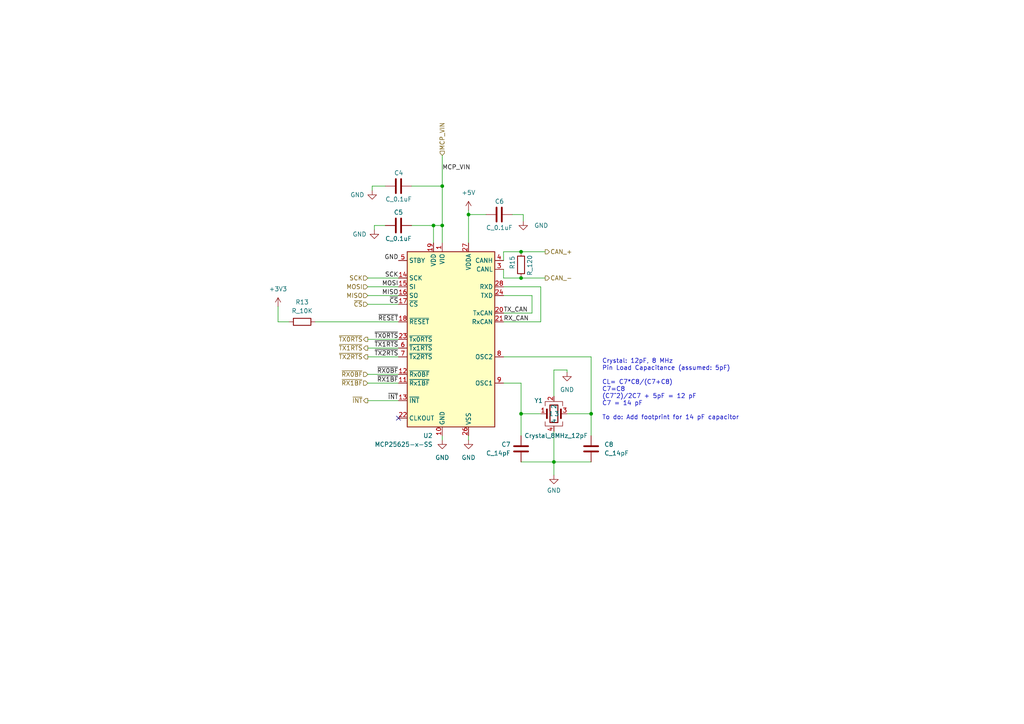
<source format=kicad_sch>
(kicad_sch (version 20211123) (generator eeschema)
  (paper "A4")
  (lib_symbols
    (symbol "formula:C_0.1uF" (pin_numbers hide) (pin_names (offset 0.254))
      (property "Reference" "C" (at 0.635 2.54 0))
      (property "Value" "C_0.1uF" (at 0.635 -2.54 0))
      (symbol "C_0.1uF_0_1"
        (polyline (pts (xy -2.032 -0.762) (xy 2.032 -0.762)) (stroke (width 0.508)))
        (polyline (pts (xy -2.032 0.762) (xy 2.032 0.762)) (stroke (width 0.508)))
      )
      (symbol "C_0.1uF_1_1"
        (pin passive line (at 0 3.81 270) (length 2.794) (name "~") (number "1"))
        (pin passive line (at 0 -3.81 90) (length 2.794) (name "~") (number "2"))
      )
    )
    (symbol "formula:C_14pF" (pin_numbers hide) (pin_names (offset 0.254))
      (property "Reference" "C" (at 0.635 2.54 0))
      (property "Value" "C_14pF" (at 0.635 -2.54 0))
      (symbol "C_14pF_0_1"
        (polyline (pts (xy -2.032 -0.762) (xy 2.032 -0.762)) (stroke (width 0.508)))
        (polyline (pts (xy -2.032 0.762) (xy 2.032 0.762)) (stroke (width 0.508)))
      )
      (symbol "C_14pF_1_1"
        (pin passive line (at 0 3.81 270) (length 2.794) (name "~") (number "1"))
        (pin passive line (at 0 -3.81 90) (length 2.794) (name "~") (number "2"))
      )
    )
    (symbol "formula:Crystal_8MHz_12pF" (pin_names (offset 1.016))
      (property "Reference" "Y" (at -12.7254 7.62 0))
      (property "Value" "Crystal_8MHz_12pF" (at -11.43 -8.89 0))
      (symbol "Crystal_8MHz_12pF_0_1"
        (rectangle (start -1.143 2.54) (end 1.143 -2.54) (stroke (width 0.3048)))
        (polyline (pts (xy -2.54 0) (xy -2.032 0)))
        (polyline (pts (xy -2.032 -1.27) (xy -2.032 1.27)) (stroke (width 0.508)))
        (polyline (pts (xy 0 -3.81) (xy 0 -3.556)))
        (polyline (pts (xy 0 3.556) (xy 0 3.81)))
        (polyline (pts (xy 2.032 -1.27) (xy 2.032 1.27)) (stroke (width 0.508)))
        (polyline (pts (xy 2.032 0) (xy 2.54 0)))
        (polyline (pts (xy -2.54 -2.286) (xy -2.54 -3.556) (xy 2.54 -3.556) (xy 2.54 -2.286)))
        (polyline (pts (xy -2.54 2.286) (xy -2.54 3.556) (xy 2.54 3.556) (xy 2.54 2.286)))
      )
      (symbol "Crystal_8MHz_12pF_1_1"
        (pin bidirectional line (at -3.81 0 0) (length 1.27) (name "1") (number "1"))
        (pin power_in line (at 0 5.08 270) (length 1.27) (name "2") (number "2"))
        (pin bidirectional line (at 3.81 0 180) (length 1.27) (name "3") (number "3"))
        (pin power_in line (at 0 -5.08 90) (length 1.27) (name "4") (number "4"))
      )
    )
    (symbol "formula:MCP25625-x-SS"
      (property "Reference" "U" (at -11.43 26.67 0))
      (property "Value" "MCP25625-x-SS" (at 15.24 26.67 0))
      (symbol "MCP25625-x-SS_0_1"
        (rectangle (start -12.7 25.4) (end 12.7 -25.4) (stroke (width 0.254)) (fill (type background)))
      )
      (symbol "MCP25625-x-SS_1_1"
        (pin power_in line (at -2.54 27.94 270) (length 2.54) (name "VIO") (number "1"))
        (pin power_in line (at -2.54 -27.94 90) (length 2.54) (name "GND") (number "10"))
        (pin output line (at -15.24 -12.7 0) (length 2.54) (name "~{Rx1BF}") (number "11"))
        (pin output line (at -15.24 -10.16 0) (length 2.54) (name "~{Rx0BF}") (number "12"))
        (pin output line (at -15.24 -17.78 0) (length 2.54) (name "~{INT}") (number "13"))
        (pin input line (at -15.24 17.78 0) (length 2.54) (name "SCK") (number "14"))
        (pin input line (at -15.24 15.24 0) (length 2.54) (name "SI") (number "15"))
        (pin output line (at -15.24 12.7 0) (length 2.54) (name "SO") (number "16"))
        (pin input line (at -15.24 10.16 0) (length 2.54) (name "~{CS}") (number "17"))
        (pin input line (at -15.24 5.08 0) (length 2.54) (name "~{RESET}") (number "18"))
        (pin power_in line (at -5.08 27.94 270) (length 2.54) (name "VDD") (number "19"))
        (pin no_connect line (at 12.7 -15.24 180) (length 2.54) hide (name "NC") (number "2"))
        (pin output line (at 15.24 7.62 180) (length 2.54) (name "TxCAN") (number "20"))
        (pin input line (at 15.24 5.08 180) (length 2.54) (name "RxCAN") (number "21"))
        (pin output line (at -15.24 -22.86 0) (length 2.54) (name "CLKOUT") (number "22"))
        (pin input line (at -15.24 0 0) (length 2.54) (name "~{Tx0RTS}") (number "23"))
        (pin input line (at 15.24 12.7 180) (length 2.54) (name "TXD") (number "24"))
        (pin no_connect line (at 12.7 -17.78 180) (length 2.54) hide (name "NC") (number "25"))
        (pin power_in line (at 5.08 -27.94 90) (length 2.54) (name "VSS") (number "26"))
        (pin power_in line (at 5.08 27.94 270) (length 2.54) (name "VDDA") (number "27"))
        (pin output line (at 15.24 15.24 180) (length 2.54) (name "RXD") (number "28"))
        (pin bidirectional line (at 15.24 20.32 180) (length 2.54) (name "CANL") (number "3"))
        (pin bidirectional line (at 15.24 22.86 180) (length 2.54) (name "CANH") (number "4"))
        (pin input line (at -15.24 22.86 0) (length 2.54) (name "STBY") (number "5"))
        (pin input line (at -15.24 -2.54 0) (length 2.54) (name "~{Tx1RTS}") (number "6"))
        (pin input line (at -15.24 -5.08 0) (length 2.54) (name "~{Tx2RTS}") (number "7"))
        (pin output line (at 15.24 -5.08 180) (length 2.54) (name "OSC2") (number "8"))
        (pin input line (at 15.24 -12.7 180) (length 2.54) (name "OSC1") (number "9"))
      )
    )
    (symbol "formula:R_10K" (pin_numbers hide) (pin_names (offset 0))
      (property "Reference" "R" (at 2.032 0 90))
      (property "Value" "R_10K" (at -2.54 0 90))
      (symbol "R_10K_0_1"
        (rectangle (start -1.016 -2.54) (end 1.016 2.54) (stroke (width 0.254)))
      )
      (symbol "R_10K_1_1"
        (pin passive line (at 0 3.81 270) (length 1.27) (name "~") (number "1"))
        (pin passive line (at 0 -3.81 90) (length 1.27) (name "~") (number "2"))
      )
    )
    (symbol "formula:R_120" (pin_numbers hide) (pin_names (offset 0))
      (property "Reference" "R" (at 2.032 0 90))
      (property "Value" "R_120" (at -2.54 0 90))
      (symbol "R_120_0_1"
        (rectangle (start -1.016 -2.54) (end 1.016 2.54) (stroke (width 0.254)))
      )
      (symbol "R_120_1_1"
        (pin passive line (at 0 3.81 270) (length 1.27) (name "~") (number "1"))
        (pin passive line (at 0 -3.81 90) (length 1.27) (name "~") (number "2"))
      )
    )
    (symbol "power:+3V3" (power) (pin_names (offset 0))
      (property "Value" "+3V3" (at 0 3.556 0))
      (symbol "+3V3_0_1"
        (polyline (pts (xy -0.762 1.27) (xy 0 2.54)))
        (polyline (pts (xy 0 0) (xy 0 2.54)))
        (polyline (pts (xy 0 2.54) (xy 0.762 1.27)))
      )
      (symbol "+3V3_1_1"
        (pin power_in line (at 0 0 90) (length 0) hide (name "+3V3") (number "1"))
      )
    )
    (symbol "power:+5V" (power) (pin_names (offset 0))
      (property "Value" "+5V" (at 0 3.556 0))
      (symbol "+5V_0_1"
        (polyline (pts (xy -0.762 1.27) (xy 0 2.54)))
        (polyline (pts (xy 0 0) (xy 0 2.54)))
        (polyline (pts (xy 0 2.54) (xy 0.762 1.27)))
      )
      (symbol "+5V_1_1"
        (pin power_in line (at 0 0 90) (length 0) hide (name "+5V") (number "1"))
      )
    )
    (symbol "power:GND" (power) (pin_names (offset 0))
      (property "Value" "GND" (at 0 -3.81 0))
      (symbol "GND_0_1"
        (polyline (pts (xy 0 0) (xy 0 -1.27) (xy 1.27 -1.27) (xy 0 -2.54) (xy -1.27 -1.27) (xy 0 -1.27)))
      )
      (symbol "GND_1_1"
        (pin power_in line (at 0 0 270) (length 0) hide (name "GND") (number "1"))
      )
    )
  )
  (junction (at 125.73 65.405))
  (junction (at 128.27 53.975))
  (junction (at 128.27 65.405))
  (junction (at 171.45 120.015))
  (junction (at 151.13 120.015))
  (junction (at 151.13 80.645))
  (junction (at 160.655 133.985))
  (junction (at 151.13 73.025))
  (junction (at 135.89 62.23))
  (no_connect (at 115.57 121.285))
  (wire (pts (xy 106.68 80.645) (xy 115.57 80.645)))
  (wire (pts (xy 115.57 100.965) (xy 106.68 100.965)))
  (wire (pts (xy 156.845 120.015) (xy 151.13 120.015)))
  (wire (pts (xy 158.115 73.025) (xy 151.13 73.025)))
  (wire (pts (xy 156.845 83.185) (xy 156.845 93.345)))
  (wire (pts (xy 156.845 93.345) (xy 146.05 93.345)))
  (wire (pts (xy 171.45 103.505) (xy 146.05 103.505)))
  (wire (pts (xy 135.89 60.96) (xy 135.89 62.23)))
  (wire (pts (xy 151.765 62.23) (xy 151.765 64.135)))
  (wire (pts (xy 151.13 73.025) (xy 146.05 73.025)))
  (wire (pts (xy 151.13 80.645) (xy 146.05 80.645)))
  (wire (pts (xy 146.05 73.025) (xy 146.05 75.565)))
  (wire (pts (xy 140.97 62.23) (xy 135.89 62.23)))
  (wire (pts (xy 80.645 93.345) (xy 83.82 93.345)))
  (wire (pts (xy 164.465 107.315) (xy 164.465 107.95)))
  (wire (pts (xy 146.05 85.725) (xy 154.305 85.725)))
  (wire (pts (xy 160.655 133.985) (xy 160.655 137.795)))
  (wire (pts (xy 108.585 65.405) (xy 108.585 66.675)))
  (wire (pts (xy 151.13 111.125) (xy 151.13 120.015)))
  (wire (pts (xy 151.13 111.125) (xy 146.05 111.125)))
  (wire (pts (xy 160.655 114.935) (xy 160.655 107.315)))
  (wire (pts (xy 151.13 120.015) (xy 151.13 126.365)))
  (wire (pts (xy 154.305 85.725) (xy 154.305 90.805)))
  (wire (pts (xy 146.05 83.185) (xy 156.845 83.185)))
  (wire (pts (xy 171.45 120.015) (xy 171.45 126.365)))
  (wire (pts (xy 115.57 93.345) (xy 91.44 93.345)))
  (wire (pts (xy 171.45 120.015) (xy 164.465 120.015)))
  (wire (pts (xy 135.89 127.635) (xy 135.89 126.365)))
  (wire (pts (xy 160.655 133.985) (xy 151.13 133.985)))
  (wire (pts (xy 171.45 133.985) (xy 160.655 133.985)))
  (wire (pts (xy 119.38 65.405) (xy 125.73 65.405)))
  (wire (pts (xy 119.38 53.975) (xy 128.27 53.975)))
  (wire (pts (xy 125.73 65.405) (xy 125.73 70.485)))
  (wire (pts (xy 128.27 45.085) (xy 128.27 53.975)))
  (wire (pts (xy 171.45 103.505) (xy 171.45 120.015)))
  (wire (pts (xy 148.59 62.23) (xy 151.765 62.23)))
  (wire (pts (xy 115.57 98.425) (xy 106.68 98.425)))
  (wire (pts (xy 80.645 88.9) (xy 80.645 93.345)))
  (wire (pts (xy 160.655 107.315) (xy 164.465 107.315)))
  (wire (pts (xy 107.95 53.975) (xy 107.95 55.245)))
  (wire (pts (xy 146.05 80.645) (xy 146.05 78.105)))
  (wire (pts (xy 128.27 65.405) (xy 128.27 70.485)))
  (wire (pts (xy 106.68 85.725) (xy 115.57 85.725)))
  (wire (pts (xy 111.76 53.975) (xy 107.95 53.975)))
  (wire (pts (xy 115.57 103.505) (xy 106.68 103.505)))
  (wire (pts (xy 128.27 53.975) (xy 128.27 65.405)))
  (wire (pts (xy 154.305 90.805) (xy 146.05 90.805)))
  (wire (pts (xy 158.115 80.645) (xy 151.13 80.645)))
  (wire (pts (xy 115.57 116.205) (xy 106.68 116.205)))
  (wire (pts (xy 125.73 65.405) (xy 128.27 65.405)))
  (wire (pts (xy 128.27 126.365) (xy 128.27 127.635)))
  (wire (pts (xy 111.76 65.405) (xy 108.585 65.405)))
  (wire (pts (xy 106.68 88.265) (xy 115.57 88.265)))
  (wire (pts (xy 115.57 108.585) (xy 106.68 108.585)))
  (wire (pts (xy 135.89 62.23) (xy 135.89 70.485)))
  (wire (pts (xy 115.57 111.125) (xy 106.68 111.125)))
  (wire (pts (xy 160.655 125.095) (xy 160.655 133.985)))
  (wire (pts (xy 106.68 83.185) (xy 115.57 83.185)))
  (text "Crystal: 12pF, 8 MHz\nPin Load Capacitance (assumed: 5pF)\n\nCL= C7*C8/(C7+C8)\nC7=C8\n(C7^2)/2C7 + 5pF = 12 pF\nC7 = 14 pF\n\nTo do: Add footprint for 14 pF capacitor" (at 174.625 121.92 0) (effects (font (size 1.27 1.27)) (justify left bottom)))
  (label "~{INT}" (at 115.57 116.205 180))
  (label "~{TX1RTS}" (at 115.57 100.965 180))
  (label "~{RX0BF}" (at 115.57 108.585 180))
  (label "MCP_VIN" (at 128.27 49.53 0))
  (label "MISO" (at 115.57 85.725 180))
  (label "~{RESET}" (at 115.57 93.345 180))
  (label "MOSI" (at 115.57 83.185 180))
  (label "SCK" (at 115.57 80.645 180))
  (label "RX_CAN" (at 146.05 93.345 0))
  (label "GND" (at 115.57 75.565 180))
  (label "~{TX0RTS}" (at 115.57 98.425 180))
  (label "~{TX2RTS}" (at 115.57 103.505 180))
  (label "~{CS}" (at 115.57 88.265 180))
  (label "TX_CAN" (at 146.05 90.805 0))
  (label "~{RX1BF}" (at 115.57 111.125 180))
  (hierarchical_label "~{TX1RTS}" (shape output) (at 106.68 100.965 180))
  (hierarchical_label "~{RX0BF}" (shape input) (at 106.68 108.585 180))
  (hierarchical_label "CAN_-" (shape output) (at 158.115 80.645 0))
  (hierarchical_label "CAN_+" (shape output) (at 158.115 73.025 0))
  (hierarchical_label "SCK" (shape input) (at 106.68 80.645 180))
  (hierarchical_label "MISO" (shape input) (at 106.68 85.725 180))
  (hierarchical_label "~{CS}" (shape input) (at 106.68 88.265 180))
  (hierarchical_label "~{TX2RTS}" (shape output) (at 106.68 103.505 180))
  (hierarchical_label "~{TX0RTS}" (shape output) (at 106.68 98.425 180))
  (hierarchical_label "MOSI" (shape input) (at 106.68 83.185 180))
  (hierarchical_label "MCP_VIN" (shape input) (at 128.27 45.085 90))
  (hierarchical_label "~{INT}" (shape output) (at 106.68 116.205 180))
  (hierarchical_label "~{RX1BF}" (shape input) (at 106.68 111.125 180))
  (symbol (lib_id "formula:C_0.1uF") (at 115.57 65.405 270) (mirror x) (unit 1)
    (property "Reference" "C5" (at 115.57 61.595 90))
    (property "Value" "C_0.1uF" (at 115.57 69.215 90))
    (property "Footprint" "footprints:C_0805_OEM" (effects hide))
    (property "Datasheet" "http://datasheets.avx.com/X7RDielectric.pdf" (effects hide))
    (property "MFN" "DK" (effects hide))
    (property "MPN" "478-3352-1-ND" (effects hide))
    (property "PurchasingLink" "https://www.digikey.com/products/en?keywords=478-3352-1-ND" (effects hide))
  )
  (symbol (lib_id "power:+3V3") (at 80.645 88.9 0) (mirror y) (unit 1)
    (property "Reference" "#PWR?" (effects hide))
    (property "Value" "+3V3" (at 80.645 83.82 0))
  )
  (symbol (lib_id "power:GND") (at 135.89 127.635 0) (mirror y) (unit 1)
    (property "Reference" "#PWR?" (effects hide))
    (property "Value" "GND" (at 135.89 132.715 0))
  )
  (symbol (lib_id "formula:Crystal_8MHz_12pF") (at 160.655 120.015 0) (unit 1)
    (property "Reference" "Y1" (at 156.21 116.205 0))
    (property "Value" "Crystal_8MHz_12pF" (at 161.29 126.365 0))
    (property "Footprint" "XTAL_ECS-240-8-33-AGN-TR" (effects hide))
    (property "Datasheet" "https://ecsxtal.com/store/pdf/ecx-32.pdf" (effects hide))
    (property "MP" "ECS-80-12-33-JGN-TR" (effects hide))
    (property "PACKAGE" "SMD-4 ECX" (effects hide))
    (property "AVAILABILITY" "Good" (effects hide))
    (property "STANDARD" "Manufacturer recommendations" (effects hide))
    (property "Description" "CRYSTAL 8.0000MHZ 12PF SMD" (effects hide))
    (property "MF" "ECS INC" (effects hide))
  )
  (symbol (lib_id "power:GND") (at 151.765 64.135 0) (unit 1)
    (property "Reference" "#PWR?" (effects hide))
    (property "Value" "GND" (at 154.94 65.405 0) (effects (justify left)))
  )
  (symbol (lib_id "power:GND") (at 128.27 127.635 0) (mirror y) (unit 1)
    (property "Reference" "#PWR?" (effects hide))
    (property "Value" "GND" (at 128.27 132.715 0))
  )
  (symbol (lib_id "formula:C_14pF") (at 171.45 130.175 0) (unit 1)
    (property "Reference" "C8" (at 175.26 128.9049 0) (effects (justify left)))
    (property "Value" "C_14pF" (at 175.26 131.4449 0) (effects (justify left)))
    (property "Footprint" "footprints:C_0805_OEM" (effects hide))
    (property "Datasheet" "https://search.murata.co.jp/Ceramy/image/img/A01X/G101/ENG/GQM2195C2E140JB12-01.pdf" (effects hide))
    (property "MFN" "Murata Electronics" (effects hide))
    (property "MPN" "GQM2195C2E140JB12D" (effects hide))
    (property "Purchasing Link" "https://www.digikey.com/en/products/detail/murata-electronics/GQM2195C2E140JB12D/13401886" (effects hide))
    (property "PurchasingLink" "https://www.digikey.com/products/en?keywords=478-3352-1-ND" (effects hide))
  )
  (symbol (lib_id "formula:C_0.1uF") (at 144.78 62.23 270) (unit 1)
    (property "Reference" "C6" (at 143.51 58.42 90) (effects (justify left)))
    (property "Value" "C_0.1uF" (at 140.97 66.04 90) (effects (justify left)))
    (property "Footprint" "footprints:C_0805_OEM" (effects hide))
    (property "Datasheet" "http://datasheets.avx.com/X7RDielectric.pdf" (effects hide))
    (property "MFN" "DK" (effects hide))
    (property "MPN" "478-3352-1-ND" (effects hide))
    (property "PurchasingLink" "https://www.digikey.com/products/en?keywords=478-3352-1-ND" (effects hide))
  )
  (symbol (lib_id "power:GND") (at 160.655 137.795 0) (mirror y) (unit 1)
    (property "Reference" "#PWR?" (effects hide))
    (property "Value" "GND" (at 160.655 142.24 0))
  )
  (symbol (lib_id "formula:C_0.1uF") (at 115.57 53.975 270) (unit 1)
    (property "Reference" "C4" (at 114.3 50.165 90) (effects (justify left)))
    (property "Value" "C_0.1uF" (at 111.76 57.785 90) (effects (justify left)))
    (property "Footprint" "footprints:C_0805_OEM" (effects hide))
    (property "Datasheet" "http://datasheets.avx.com/X7RDielectric.pdf" (effects hide))
    (property "MFN" "DK" (effects hide))
    (property "MPN" "478-3352-1-ND" (effects hide))
    (property "PurchasingLink" "https://www.digikey.com/products/en?keywords=478-3352-1-ND" (effects hide))
  )
  (symbol (lib_id "formula:R_10K") (at 87.63 93.345 270) (mirror x) (unit 1)
    (property "Reference" "R13" (at 87.63 87.63 90))
    (property "Value" "R_10K" (at 87.63 90.17 90))
    (property "Footprint" "footprints:R_0805_OEM" (effects hide))
    (property "Datasheet" "http://www.bourns.com/data/global/pdfs/CRS.pdf" (effects hide))
    (property "MFN" "DK" (effects hide))
    (property "MPN" "CRS0805-FX-1002ELFCT-ND" (effects hide))
    (property "PurchasingLink" "https://www.digikey.com/products/en?keywords=CRS0805-FX-1002ELFCT-ND" (effects hide))
  )
  (symbol (lib_id "formula:C_14pF") (at 151.13 130.175 0) (unit 1)
    (property "Reference" "C7" (at 145.415 128.905 0) (effects (justify left)))
    (property "Value" "C_14pF" (at 140.97 131.445 0) (effects (justify left)))
    (property "Footprint" "footprints:C_0805_OEM" (effects hide))
    (property "Datasheet" "https://search.murata.co.jp/Ceramy/image/img/A01X/G101/ENG/GQM2195C2E140JB12-01.pdf" (effects hide))
    (property "MFN" "Murata Electronics" (effects hide))
    (property "MPN" "GQM2195C2E140JB12D" (effects hide))
    (property "Purchasing Link" "https://www.digikey.com/en/products/detail/murata-electronics/GQM2195C2E140JB12D/13401886" (effects hide))
    (property "PurchasingLink" "https://www.digikey.com/products/en?keywords=478-3352-1-ND" (effects hide))
  )
  (symbol (lib_id "power:GND") (at 108.585 66.675 0) (unit 1)
    (property "Reference" "#PWR?" (effects hide))
    (property "Value" "GND" (at 102.235 67.945 0) (effects (justify left)))
  )
  (symbol (lib_id "formula:R_120") (at 151.13 76.835 0) (mirror y) (unit 1)
    (property "Reference" "R15" (at 148.59 78.105 90) (effects (justify left)))
    (property "Value" "R_120" (at 153.67 80.01 90) (effects (justify left)))
    (property "Footprint" "footprints:R_0805_OEM" (effects hide))
    (property "Datasheet" "https://www.mouser.com/datasheet/2/315/AOA0000C304-1149620.pdf" (effects hide))
    (property "MFN" "DK" (effects hide))
    (property "MPN" "667-ERJ-6ENF1200V" (effects hide))
    (property "PurchasingLink" "https://www.mouser.com/ProductDetail/Panasonic-Industrial-Devices/ERJ-6ENF1200V?qs=sGAEpiMZZMvdGkrng054t8AJgcdMkx7x%252bFQnctTMUmU%3d" (effects hide))
  )
  (symbol (lib_id "power:GND") (at 164.465 107.95 0) (mirror y) (unit 1)
    (property "Reference" "#PWR?" (effects hide))
    (property "Value" "GND" (at 164.465 113.03 0))
  )
  (symbol (lib_id "formula:MCP25625-x-SS") (at 130.81 98.425 0) (unit 1)
    (property "Reference" "U2" (at 125.5013 126.365 0) (effects (justify right)))
    (property "Value" "MCP25625-x-SS" (at 125.5013 128.905 0) (effects (justify right)))
    (property "Footprint" "Package_SO:SSOP-28_5.3x10.2mm_P0.65mm" (effects hide))
    (property "Datasheet" "http://ww1.microchip.com/downloads/en/DeviceDoc/20005282B.pdf" (effects hide))
    (property "MFN" "DK" (effects hide))
    (property "MPN" "MCP25625-E/SS-ND" (effects hide))
    (property "PurchasingLink" "https://www.digikey.com/product-detail/en/microchip-technology/MCP25625-E-SS/MCP25625-E-SS-ND/4842805" (effects hide))
  )
  (symbol (lib_id "power:+5V") (at 135.89 60.96 0) (mirror y) (unit 1)
    (property "Reference" "#PWR?" (effects hide))
    (property "Value" "+5V" (at 135.89 55.88 0))
  )
  (symbol (lib_id "power:GND") (at 107.95 55.245 0) (unit 1)
    (property "Reference" "#PWR?" (effects hide))
    (property "Value" "GND" (at 101.6 56.515 0) (effects (justify left)))
  )
)
</source>
